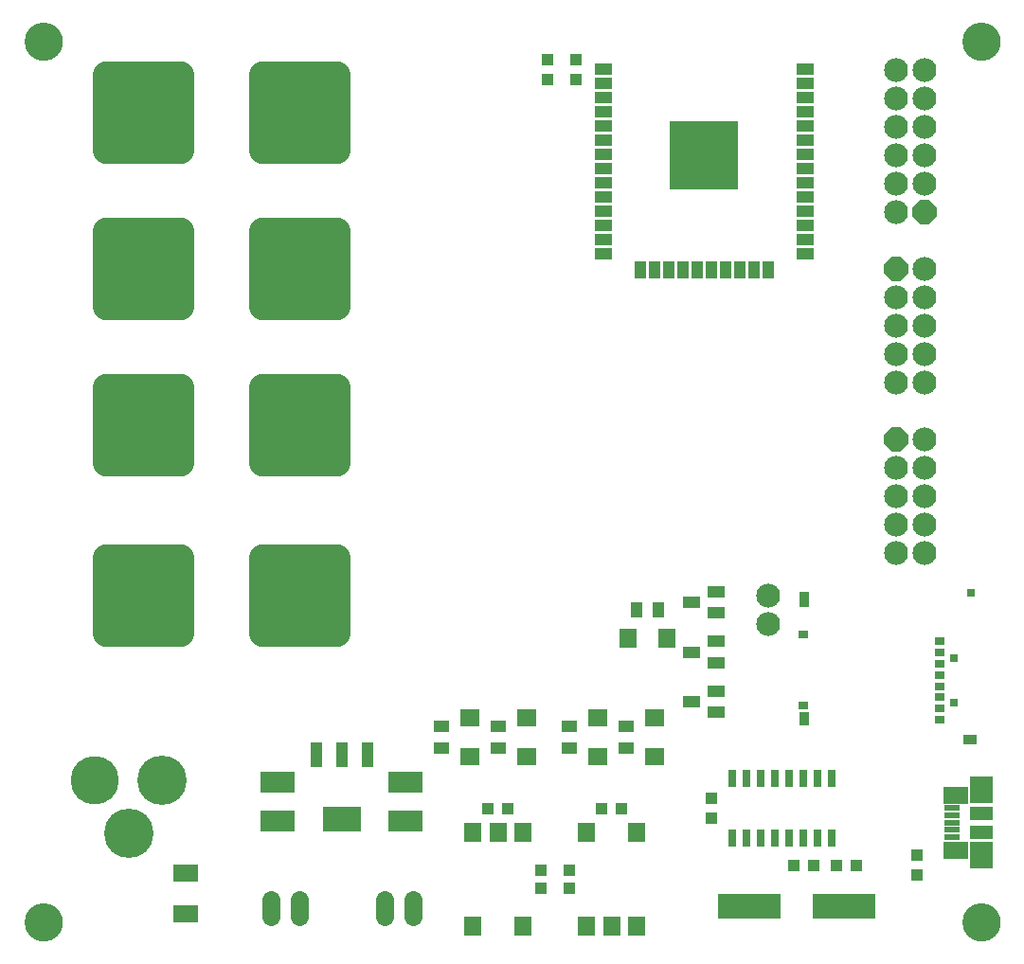
<source format=gts>
G75*
%MOIN*%
%OFA0B0*%
%FSLAX25Y25*%
%IPPOS*%
%LPD*%
%AMOC8*
5,1,8,0,0,1.08239X$1,22.5*
%
%ADD10R,0.04337X0.04337*%
%ADD11C,0.08958*%
%ADD12R,0.12211X0.07487*%
%ADD13R,0.06699X0.06306*%
%ADD14R,0.08983X0.06384*%
%ADD15C,0.17392*%
%ADD16C,0.16998*%
%ADD17R,0.04199X0.04199*%
%ADD18R,0.05518X0.03943*%
%ADD19R,0.05912X0.06699*%
%ADD20R,0.05833X0.02172*%
%ADD21R,0.08668X0.06207*%
%ADD22R,0.07880X0.05026*%
%ADD23R,0.07880X0.09750*%
%ADD24R,0.02900X0.06400*%
%ADD25R,0.06306X0.03943*%
%ADD26R,0.03943X0.06306*%
%ADD27R,0.24022X0.24022*%
%ADD28R,0.13195X0.08865*%
%ADD29R,0.04140X0.08865*%
%ADD30R,0.22447X0.08668*%
%ADD31C,0.00000*%
%ADD32C,0.13392*%
%ADD33R,0.05912X0.04337*%
%ADD34R,0.03943X0.05518*%
%ADD35R,0.06306X0.06699*%
%ADD36OC8,0.08400*%
%ADD37C,0.08400*%
%ADD38C,0.06400*%
%ADD39R,0.03353X0.03156*%
%ADD40R,0.02959X0.03156*%
%ADD41R,0.04928X0.03766*%
%ADD42R,0.03746X0.05124*%
%ADD43R,0.03353X0.02959*%
%ADD44R,0.03746X0.05518*%
D10*
X0200433Y0088933D03*
X0207433Y0088933D03*
X0240433Y0088933D03*
X0247433Y0088933D03*
X0278933Y0085433D03*
X0278933Y0092433D03*
X0307933Y0068933D03*
X0314933Y0068933D03*
X0322933Y0068933D03*
X0329933Y0068933D03*
X0351433Y0065433D03*
X0351433Y0072433D03*
X0231433Y0345433D03*
X0231433Y0352433D03*
X0221433Y0352433D03*
X0221433Y0345433D03*
D11*
X0147370Y0347370D02*
X0120496Y0347370D01*
X0147370Y0347370D02*
X0147370Y0320496D01*
X0120496Y0320496D01*
X0120496Y0347370D01*
X0120496Y0329453D02*
X0147370Y0329453D01*
X0147370Y0338410D02*
X0120496Y0338410D01*
X0120496Y0347367D02*
X0147370Y0347367D01*
X0092370Y0347370D02*
X0065496Y0347370D01*
X0092370Y0347370D02*
X0092370Y0320496D01*
X0065496Y0320496D01*
X0065496Y0347370D01*
X0065496Y0329453D02*
X0092370Y0329453D01*
X0092370Y0338410D02*
X0065496Y0338410D01*
X0065496Y0347367D02*
X0092370Y0347367D01*
X0092370Y0265496D02*
X0065496Y0265496D01*
X0065496Y0292370D01*
X0092370Y0292370D01*
X0092370Y0265496D01*
X0092370Y0274453D02*
X0065496Y0274453D01*
X0065496Y0283410D02*
X0092370Y0283410D01*
X0092370Y0292367D02*
X0065496Y0292367D01*
X0120496Y0265496D02*
X0147370Y0265496D01*
X0120496Y0265496D02*
X0120496Y0292370D01*
X0147370Y0292370D01*
X0147370Y0265496D01*
X0147370Y0274453D02*
X0120496Y0274453D01*
X0120496Y0283410D02*
X0147370Y0283410D01*
X0147370Y0292367D02*
X0120496Y0292367D01*
X0120496Y0210496D02*
X0147370Y0210496D01*
X0120496Y0210496D02*
X0120496Y0237370D01*
X0147370Y0237370D01*
X0147370Y0210496D01*
X0147370Y0219453D02*
X0120496Y0219453D01*
X0120496Y0228410D02*
X0147370Y0228410D01*
X0147370Y0237367D02*
X0120496Y0237367D01*
X0092370Y0210496D02*
X0065496Y0210496D01*
X0065496Y0237370D01*
X0092370Y0237370D01*
X0092370Y0210496D01*
X0092370Y0219453D02*
X0065496Y0219453D01*
X0065496Y0228410D02*
X0092370Y0228410D01*
X0092370Y0237367D02*
X0065496Y0237367D01*
X0065496Y0150496D02*
X0092370Y0150496D01*
X0065496Y0150496D02*
X0065496Y0177370D01*
X0092370Y0177370D01*
X0092370Y0150496D01*
X0092370Y0159453D02*
X0065496Y0159453D01*
X0065496Y0168410D02*
X0092370Y0168410D01*
X0092370Y0177367D02*
X0065496Y0177367D01*
X0120496Y0150496D02*
X0147370Y0150496D01*
X0120496Y0150496D02*
X0120496Y0177370D01*
X0147370Y0177370D01*
X0147370Y0150496D01*
X0147370Y0159453D02*
X0120496Y0159453D01*
X0120496Y0168410D02*
X0147370Y0168410D01*
X0147370Y0177367D02*
X0120496Y0177367D01*
D12*
X0126433Y0098224D03*
X0126433Y0084642D03*
X0171433Y0084642D03*
X0171433Y0098224D03*
D13*
X0193933Y0107043D03*
X0193933Y0120823D03*
X0213933Y0120823D03*
X0213933Y0107043D03*
X0238933Y0107043D03*
X0238933Y0120823D03*
X0258933Y0120823D03*
X0258933Y0107043D03*
D14*
X0093933Y0066138D03*
X0093933Y0051728D03*
D15*
X0073933Y0080035D03*
X0085744Y0098933D03*
D16*
X0062122Y0098933D03*
D17*
X0218933Y0067033D03*
X0218933Y0060833D03*
X0228933Y0060833D03*
X0228933Y0067033D03*
D18*
X0228933Y0110193D03*
X0228933Y0117673D03*
X0248933Y0117673D03*
X0248933Y0110193D03*
X0203933Y0110193D03*
X0203933Y0117673D03*
X0183933Y0117673D03*
X0183933Y0110193D03*
D19*
X0195075Y0080469D03*
X0203933Y0080469D03*
X0212791Y0080469D03*
X0235075Y0080469D03*
X0252791Y0080469D03*
X0252791Y0047398D03*
X0243933Y0047398D03*
X0235075Y0047398D03*
X0212791Y0047398D03*
X0195075Y0047398D03*
D20*
X0363657Y0078815D03*
X0363657Y0081374D03*
X0363657Y0083933D03*
X0363657Y0086492D03*
X0363657Y0089051D03*
D21*
X0364878Y0093628D03*
X0364878Y0074238D03*
D22*
X0373933Y0080636D03*
X0373933Y0087230D03*
D23*
X0373933Y0095400D03*
X0373933Y0072467D03*
D24*
X0321433Y0078323D03*
X0316433Y0078323D03*
X0311433Y0078323D03*
X0306433Y0078323D03*
X0301433Y0078323D03*
X0296433Y0078323D03*
X0291433Y0078323D03*
X0286433Y0078323D03*
X0286433Y0099543D03*
X0291433Y0099543D03*
X0296433Y0099543D03*
X0301433Y0099543D03*
X0306433Y0099543D03*
X0311433Y0099543D03*
X0316433Y0099543D03*
X0321433Y0099543D03*
D25*
X0311866Y0284248D03*
X0311866Y0289248D03*
X0311866Y0294248D03*
X0311866Y0299248D03*
X0311866Y0304248D03*
X0311866Y0309248D03*
X0311866Y0314248D03*
X0311866Y0319248D03*
X0311866Y0324248D03*
X0311866Y0329248D03*
X0311866Y0334248D03*
X0311866Y0339248D03*
X0311866Y0344248D03*
X0311866Y0349248D03*
X0241000Y0349248D03*
X0241000Y0344248D03*
X0241000Y0339248D03*
X0241000Y0334248D03*
X0241000Y0329248D03*
X0241000Y0324248D03*
X0241000Y0319248D03*
X0241000Y0314248D03*
X0241000Y0309248D03*
X0241000Y0304248D03*
X0241000Y0299248D03*
X0241000Y0294248D03*
X0241000Y0289248D03*
X0241000Y0284248D03*
D26*
X0253933Y0278382D03*
X0258933Y0278382D03*
X0263933Y0278382D03*
X0268933Y0278382D03*
X0273933Y0278382D03*
X0278933Y0278382D03*
X0283933Y0278382D03*
X0288933Y0278382D03*
X0293933Y0278382D03*
X0298933Y0278382D03*
D27*
X0276433Y0318933D03*
D28*
X0148933Y0085016D03*
D29*
X0148933Y0107850D03*
X0157988Y0107850D03*
X0139878Y0107850D03*
D30*
X0292201Y0054327D03*
X0325665Y0054327D03*
D31*
X0367437Y0048933D02*
X0367439Y0049094D01*
X0367445Y0049254D01*
X0367455Y0049415D01*
X0367469Y0049575D01*
X0367487Y0049734D01*
X0367508Y0049894D01*
X0367534Y0050052D01*
X0367564Y0050210D01*
X0367597Y0050367D01*
X0367635Y0050524D01*
X0367676Y0050679D01*
X0367721Y0050833D01*
X0367770Y0050986D01*
X0367823Y0051138D01*
X0367879Y0051288D01*
X0367939Y0051437D01*
X0368003Y0051585D01*
X0368070Y0051731D01*
X0368141Y0051875D01*
X0368216Y0052017D01*
X0368294Y0052158D01*
X0368375Y0052296D01*
X0368460Y0052433D01*
X0368549Y0052567D01*
X0368640Y0052699D01*
X0368735Y0052829D01*
X0368833Y0052956D01*
X0368934Y0053081D01*
X0369038Y0053204D01*
X0369145Y0053323D01*
X0369255Y0053440D01*
X0369368Y0053555D01*
X0369484Y0053666D01*
X0369602Y0053775D01*
X0369723Y0053880D01*
X0369847Y0053983D01*
X0369973Y0054083D01*
X0370102Y0054179D01*
X0370233Y0054272D01*
X0370366Y0054362D01*
X0370501Y0054449D01*
X0370639Y0054532D01*
X0370778Y0054611D01*
X0370920Y0054688D01*
X0371063Y0054761D01*
X0371208Y0054830D01*
X0371355Y0054895D01*
X0371503Y0054957D01*
X0371653Y0055016D01*
X0371804Y0055070D01*
X0371956Y0055121D01*
X0372110Y0055168D01*
X0372265Y0055211D01*
X0372420Y0055250D01*
X0372577Y0055286D01*
X0372735Y0055318D01*
X0372893Y0055345D01*
X0373052Y0055369D01*
X0373211Y0055389D01*
X0373371Y0055405D01*
X0373532Y0055417D01*
X0373692Y0055425D01*
X0373853Y0055429D01*
X0374013Y0055429D01*
X0374174Y0055425D01*
X0374334Y0055417D01*
X0374495Y0055405D01*
X0374655Y0055389D01*
X0374814Y0055369D01*
X0374973Y0055345D01*
X0375131Y0055318D01*
X0375289Y0055286D01*
X0375446Y0055250D01*
X0375601Y0055211D01*
X0375756Y0055168D01*
X0375910Y0055121D01*
X0376062Y0055070D01*
X0376213Y0055016D01*
X0376363Y0054957D01*
X0376511Y0054895D01*
X0376658Y0054830D01*
X0376803Y0054761D01*
X0376946Y0054688D01*
X0377088Y0054611D01*
X0377227Y0054532D01*
X0377365Y0054449D01*
X0377500Y0054362D01*
X0377633Y0054272D01*
X0377764Y0054179D01*
X0377893Y0054083D01*
X0378019Y0053983D01*
X0378143Y0053880D01*
X0378264Y0053775D01*
X0378382Y0053666D01*
X0378498Y0053555D01*
X0378611Y0053440D01*
X0378721Y0053323D01*
X0378828Y0053204D01*
X0378932Y0053081D01*
X0379033Y0052956D01*
X0379131Y0052829D01*
X0379226Y0052699D01*
X0379317Y0052567D01*
X0379406Y0052433D01*
X0379491Y0052296D01*
X0379572Y0052158D01*
X0379650Y0052017D01*
X0379725Y0051875D01*
X0379796Y0051731D01*
X0379863Y0051585D01*
X0379927Y0051437D01*
X0379987Y0051288D01*
X0380043Y0051138D01*
X0380096Y0050986D01*
X0380145Y0050833D01*
X0380190Y0050679D01*
X0380231Y0050524D01*
X0380269Y0050367D01*
X0380302Y0050210D01*
X0380332Y0050052D01*
X0380358Y0049894D01*
X0380379Y0049734D01*
X0380397Y0049575D01*
X0380411Y0049415D01*
X0380421Y0049254D01*
X0380427Y0049094D01*
X0380429Y0048933D01*
X0380427Y0048772D01*
X0380421Y0048612D01*
X0380411Y0048451D01*
X0380397Y0048291D01*
X0380379Y0048132D01*
X0380358Y0047972D01*
X0380332Y0047814D01*
X0380302Y0047656D01*
X0380269Y0047499D01*
X0380231Y0047342D01*
X0380190Y0047187D01*
X0380145Y0047033D01*
X0380096Y0046880D01*
X0380043Y0046728D01*
X0379987Y0046578D01*
X0379927Y0046429D01*
X0379863Y0046281D01*
X0379796Y0046135D01*
X0379725Y0045991D01*
X0379650Y0045849D01*
X0379572Y0045708D01*
X0379491Y0045570D01*
X0379406Y0045433D01*
X0379317Y0045299D01*
X0379226Y0045167D01*
X0379131Y0045037D01*
X0379033Y0044910D01*
X0378932Y0044785D01*
X0378828Y0044662D01*
X0378721Y0044543D01*
X0378611Y0044426D01*
X0378498Y0044311D01*
X0378382Y0044200D01*
X0378264Y0044091D01*
X0378143Y0043986D01*
X0378019Y0043883D01*
X0377893Y0043783D01*
X0377764Y0043687D01*
X0377633Y0043594D01*
X0377500Y0043504D01*
X0377365Y0043417D01*
X0377227Y0043334D01*
X0377088Y0043255D01*
X0376946Y0043178D01*
X0376803Y0043105D01*
X0376658Y0043036D01*
X0376511Y0042971D01*
X0376363Y0042909D01*
X0376213Y0042850D01*
X0376062Y0042796D01*
X0375910Y0042745D01*
X0375756Y0042698D01*
X0375601Y0042655D01*
X0375446Y0042616D01*
X0375289Y0042580D01*
X0375131Y0042548D01*
X0374973Y0042521D01*
X0374814Y0042497D01*
X0374655Y0042477D01*
X0374495Y0042461D01*
X0374334Y0042449D01*
X0374174Y0042441D01*
X0374013Y0042437D01*
X0373853Y0042437D01*
X0373692Y0042441D01*
X0373532Y0042449D01*
X0373371Y0042461D01*
X0373211Y0042477D01*
X0373052Y0042497D01*
X0372893Y0042521D01*
X0372735Y0042548D01*
X0372577Y0042580D01*
X0372420Y0042616D01*
X0372265Y0042655D01*
X0372110Y0042698D01*
X0371956Y0042745D01*
X0371804Y0042796D01*
X0371653Y0042850D01*
X0371503Y0042909D01*
X0371355Y0042971D01*
X0371208Y0043036D01*
X0371063Y0043105D01*
X0370920Y0043178D01*
X0370778Y0043255D01*
X0370639Y0043334D01*
X0370501Y0043417D01*
X0370366Y0043504D01*
X0370233Y0043594D01*
X0370102Y0043687D01*
X0369973Y0043783D01*
X0369847Y0043883D01*
X0369723Y0043986D01*
X0369602Y0044091D01*
X0369484Y0044200D01*
X0369368Y0044311D01*
X0369255Y0044426D01*
X0369145Y0044543D01*
X0369038Y0044662D01*
X0368934Y0044785D01*
X0368833Y0044910D01*
X0368735Y0045037D01*
X0368640Y0045167D01*
X0368549Y0045299D01*
X0368460Y0045433D01*
X0368375Y0045570D01*
X0368294Y0045708D01*
X0368216Y0045849D01*
X0368141Y0045991D01*
X0368070Y0046135D01*
X0368003Y0046281D01*
X0367939Y0046429D01*
X0367879Y0046578D01*
X0367823Y0046728D01*
X0367770Y0046880D01*
X0367721Y0047033D01*
X0367676Y0047187D01*
X0367635Y0047342D01*
X0367597Y0047499D01*
X0367564Y0047656D01*
X0367534Y0047814D01*
X0367508Y0047972D01*
X0367487Y0048132D01*
X0367469Y0048291D01*
X0367455Y0048451D01*
X0367445Y0048612D01*
X0367439Y0048772D01*
X0367437Y0048933D01*
X0037437Y0048933D02*
X0037439Y0049094D01*
X0037445Y0049254D01*
X0037455Y0049415D01*
X0037469Y0049575D01*
X0037487Y0049734D01*
X0037508Y0049894D01*
X0037534Y0050052D01*
X0037564Y0050210D01*
X0037597Y0050367D01*
X0037635Y0050524D01*
X0037676Y0050679D01*
X0037721Y0050833D01*
X0037770Y0050986D01*
X0037823Y0051138D01*
X0037879Y0051288D01*
X0037939Y0051437D01*
X0038003Y0051585D01*
X0038070Y0051731D01*
X0038141Y0051875D01*
X0038216Y0052017D01*
X0038294Y0052158D01*
X0038375Y0052296D01*
X0038460Y0052433D01*
X0038549Y0052567D01*
X0038640Y0052699D01*
X0038735Y0052829D01*
X0038833Y0052956D01*
X0038934Y0053081D01*
X0039038Y0053204D01*
X0039145Y0053323D01*
X0039255Y0053440D01*
X0039368Y0053555D01*
X0039484Y0053666D01*
X0039602Y0053775D01*
X0039723Y0053880D01*
X0039847Y0053983D01*
X0039973Y0054083D01*
X0040102Y0054179D01*
X0040233Y0054272D01*
X0040366Y0054362D01*
X0040501Y0054449D01*
X0040639Y0054532D01*
X0040778Y0054611D01*
X0040920Y0054688D01*
X0041063Y0054761D01*
X0041208Y0054830D01*
X0041355Y0054895D01*
X0041503Y0054957D01*
X0041653Y0055016D01*
X0041804Y0055070D01*
X0041956Y0055121D01*
X0042110Y0055168D01*
X0042265Y0055211D01*
X0042420Y0055250D01*
X0042577Y0055286D01*
X0042735Y0055318D01*
X0042893Y0055345D01*
X0043052Y0055369D01*
X0043211Y0055389D01*
X0043371Y0055405D01*
X0043532Y0055417D01*
X0043692Y0055425D01*
X0043853Y0055429D01*
X0044013Y0055429D01*
X0044174Y0055425D01*
X0044334Y0055417D01*
X0044495Y0055405D01*
X0044655Y0055389D01*
X0044814Y0055369D01*
X0044973Y0055345D01*
X0045131Y0055318D01*
X0045289Y0055286D01*
X0045446Y0055250D01*
X0045601Y0055211D01*
X0045756Y0055168D01*
X0045910Y0055121D01*
X0046062Y0055070D01*
X0046213Y0055016D01*
X0046363Y0054957D01*
X0046511Y0054895D01*
X0046658Y0054830D01*
X0046803Y0054761D01*
X0046946Y0054688D01*
X0047088Y0054611D01*
X0047227Y0054532D01*
X0047365Y0054449D01*
X0047500Y0054362D01*
X0047633Y0054272D01*
X0047764Y0054179D01*
X0047893Y0054083D01*
X0048019Y0053983D01*
X0048143Y0053880D01*
X0048264Y0053775D01*
X0048382Y0053666D01*
X0048498Y0053555D01*
X0048611Y0053440D01*
X0048721Y0053323D01*
X0048828Y0053204D01*
X0048932Y0053081D01*
X0049033Y0052956D01*
X0049131Y0052829D01*
X0049226Y0052699D01*
X0049317Y0052567D01*
X0049406Y0052433D01*
X0049491Y0052296D01*
X0049572Y0052158D01*
X0049650Y0052017D01*
X0049725Y0051875D01*
X0049796Y0051731D01*
X0049863Y0051585D01*
X0049927Y0051437D01*
X0049987Y0051288D01*
X0050043Y0051138D01*
X0050096Y0050986D01*
X0050145Y0050833D01*
X0050190Y0050679D01*
X0050231Y0050524D01*
X0050269Y0050367D01*
X0050302Y0050210D01*
X0050332Y0050052D01*
X0050358Y0049894D01*
X0050379Y0049734D01*
X0050397Y0049575D01*
X0050411Y0049415D01*
X0050421Y0049254D01*
X0050427Y0049094D01*
X0050429Y0048933D01*
X0050427Y0048772D01*
X0050421Y0048612D01*
X0050411Y0048451D01*
X0050397Y0048291D01*
X0050379Y0048132D01*
X0050358Y0047972D01*
X0050332Y0047814D01*
X0050302Y0047656D01*
X0050269Y0047499D01*
X0050231Y0047342D01*
X0050190Y0047187D01*
X0050145Y0047033D01*
X0050096Y0046880D01*
X0050043Y0046728D01*
X0049987Y0046578D01*
X0049927Y0046429D01*
X0049863Y0046281D01*
X0049796Y0046135D01*
X0049725Y0045991D01*
X0049650Y0045849D01*
X0049572Y0045708D01*
X0049491Y0045570D01*
X0049406Y0045433D01*
X0049317Y0045299D01*
X0049226Y0045167D01*
X0049131Y0045037D01*
X0049033Y0044910D01*
X0048932Y0044785D01*
X0048828Y0044662D01*
X0048721Y0044543D01*
X0048611Y0044426D01*
X0048498Y0044311D01*
X0048382Y0044200D01*
X0048264Y0044091D01*
X0048143Y0043986D01*
X0048019Y0043883D01*
X0047893Y0043783D01*
X0047764Y0043687D01*
X0047633Y0043594D01*
X0047500Y0043504D01*
X0047365Y0043417D01*
X0047227Y0043334D01*
X0047088Y0043255D01*
X0046946Y0043178D01*
X0046803Y0043105D01*
X0046658Y0043036D01*
X0046511Y0042971D01*
X0046363Y0042909D01*
X0046213Y0042850D01*
X0046062Y0042796D01*
X0045910Y0042745D01*
X0045756Y0042698D01*
X0045601Y0042655D01*
X0045446Y0042616D01*
X0045289Y0042580D01*
X0045131Y0042548D01*
X0044973Y0042521D01*
X0044814Y0042497D01*
X0044655Y0042477D01*
X0044495Y0042461D01*
X0044334Y0042449D01*
X0044174Y0042441D01*
X0044013Y0042437D01*
X0043853Y0042437D01*
X0043692Y0042441D01*
X0043532Y0042449D01*
X0043371Y0042461D01*
X0043211Y0042477D01*
X0043052Y0042497D01*
X0042893Y0042521D01*
X0042735Y0042548D01*
X0042577Y0042580D01*
X0042420Y0042616D01*
X0042265Y0042655D01*
X0042110Y0042698D01*
X0041956Y0042745D01*
X0041804Y0042796D01*
X0041653Y0042850D01*
X0041503Y0042909D01*
X0041355Y0042971D01*
X0041208Y0043036D01*
X0041063Y0043105D01*
X0040920Y0043178D01*
X0040778Y0043255D01*
X0040639Y0043334D01*
X0040501Y0043417D01*
X0040366Y0043504D01*
X0040233Y0043594D01*
X0040102Y0043687D01*
X0039973Y0043783D01*
X0039847Y0043883D01*
X0039723Y0043986D01*
X0039602Y0044091D01*
X0039484Y0044200D01*
X0039368Y0044311D01*
X0039255Y0044426D01*
X0039145Y0044543D01*
X0039038Y0044662D01*
X0038934Y0044785D01*
X0038833Y0044910D01*
X0038735Y0045037D01*
X0038640Y0045167D01*
X0038549Y0045299D01*
X0038460Y0045433D01*
X0038375Y0045570D01*
X0038294Y0045708D01*
X0038216Y0045849D01*
X0038141Y0045991D01*
X0038070Y0046135D01*
X0038003Y0046281D01*
X0037939Y0046429D01*
X0037879Y0046578D01*
X0037823Y0046728D01*
X0037770Y0046880D01*
X0037721Y0047033D01*
X0037676Y0047187D01*
X0037635Y0047342D01*
X0037597Y0047499D01*
X0037564Y0047656D01*
X0037534Y0047814D01*
X0037508Y0047972D01*
X0037487Y0048132D01*
X0037469Y0048291D01*
X0037455Y0048451D01*
X0037445Y0048612D01*
X0037439Y0048772D01*
X0037437Y0048933D01*
X0037437Y0358933D02*
X0037439Y0359094D01*
X0037445Y0359254D01*
X0037455Y0359415D01*
X0037469Y0359575D01*
X0037487Y0359734D01*
X0037508Y0359894D01*
X0037534Y0360052D01*
X0037564Y0360210D01*
X0037597Y0360367D01*
X0037635Y0360524D01*
X0037676Y0360679D01*
X0037721Y0360833D01*
X0037770Y0360986D01*
X0037823Y0361138D01*
X0037879Y0361288D01*
X0037939Y0361437D01*
X0038003Y0361585D01*
X0038070Y0361731D01*
X0038141Y0361875D01*
X0038216Y0362017D01*
X0038294Y0362158D01*
X0038375Y0362296D01*
X0038460Y0362433D01*
X0038549Y0362567D01*
X0038640Y0362699D01*
X0038735Y0362829D01*
X0038833Y0362956D01*
X0038934Y0363081D01*
X0039038Y0363204D01*
X0039145Y0363323D01*
X0039255Y0363440D01*
X0039368Y0363555D01*
X0039484Y0363666D01*
X0039602Y0363775D01*
X0039723Y0363880D01*
X0039847Y0363983D01*
X0039973Y0364083D01*
X0040102Y0364179D01*
X0040233Y0364272D01*
X0040366Y0364362D01*
X0040501Y0364449D01*
X0040639Y0364532D01*
X0040778Y0364611D01*
X0040920Y0364688D01*
X0041063Y0364761D01*
X0041208Y0364830D01*
X0041355Y0364895D01*
X0041503Y0364957D01*
X0041653Y0365016D01*
X0041804Y0365070D01*
X0041956Y0365121D01*
X0042110Y0365168D01*
X0042265Y0365211D01*
X0042420Y0365250D01*
X0042577Y0365286D01*
X0042735Y0365318D01*
X0042893Y0365345D01*
X0043052Y0365369D01*
X0043211Y0365389D01*
X0043371Y0365405D01*
X0043532Y0365417D01*
X0043692Y0365425D01*
X0043853Y0365429D01*
X0044013Y0365429D01*
X0044174Y0365425D01*
X0044334Y0365417D01*
X0044495Y0365405D01*
X0044655Y0365389D01*
X0044814Y0365369D01*
X0044973Y0365345D01*
X0045131Y0365318D01*
X0045289Y0365286D01*
X0045446Y0365250D01*
X0045601Y0365211D01*
X0045756Y0365168D01*
X0045910Y0365121D01*
X0046062Y0365070D01*
X0046213Y0365016D01*
X0046363Y0364957D01*
X0046511Y0364895D01*
X0046658Y0364830D01*
X0046803Y0364761D01*
X0046946Y0364688D01*
X0047088Y0364611D01*
X0047227Y0364532D01*
X0047365Y0364449D01*
X0047500Y0364362D01*
X0047633Y0364272D01*
X0047764Y0364179D01*
X0047893Y0364083D01*
X0048019Y0363983D01*
X0048143Y0363880D01*
X0048264Y0363775D01*
X0048382Y0363666D01*
X0048498Y0363555D01*
X0048611Y0363440D01*
X0048721Y0363323D01*
X0048828Y0363204D01*
X0048932Y0363081D01*
X0049033Y0362956D01*
X0049131Y0362829D01*
X0049226Y0362699D01*
X0049317Y0362567D01*
X0049406Y0362433D01*
X0049491Y0362296D01*
X0049572Y0362158D01*
X0049650Y0362017D01*
X0049725Y0361875D01*
X0049796Y0361731D01*
X0049863Y0361585D01*
X0049927Y0361437D01*
X0049987Y0361288D01*
X0050043Y0361138D01*
X0050096Y0360986D01*
X0050145Y0360833D01*
X0050190Y0360679D01*
X0050231Y0360524D01*
X0050269Y0360367D01*
X0050302Y0360210D01*
X0050332Y0360052D01*
X0050358Y0359894D01*
X0050379Y0359734D01*
X0050397Y0359575D01*
X0050411Y0359415D01*
X0050421Y0359254D01*
X0050427Y0359094D01*
X0050429Y0358933D01*
X0050427Y0358772D01*
X0050421Y0358612D01*
X0050411Y0358451D01*
X0050397Y0358291D01*
X0050379Y0358132D01*
X0050358Y0357972D01*
X0050332Y0357814D01*
X0050302Y0357656D01*
X0050269Y0357499D01*
X0050231Y0357342D01*
X0050190Y0357187D01*
X0050145Y0357033D01*
X0050096Y0356880D01*
X0050043Y0356728D01*
X0049987Y0356578D01*
X0049927Y0356429D01*
X0049863Y0356281D01*
X0049796Y0356135D01*
X0049725Y0355991D01*
X0049650Y0355849D01*
X0049572Y0355708D01*
X0049491Y0355570D01*
X0049406Y0355433D01*
X0049317Y0355299D01*
X0049226Y0355167D01*
X0049131Y0355037D01*
X0049033Y0354910D01*
X0048932Y0354785D01*
X0048828Y0354662D01*
X0048721Y0354543D01*
X0048611Y0354426D01*
X0048498Y0354311D01*
X0048382Y0354200D01*
X0048264Y0354091D01*
X0048143Y0353986D01*
X0048019Y0353883D01*
X0047893Y0353783D01*
X0047764Y0353687D01*
X0047633Y0353594D01*
X0047500Y0353504D01*
X0047365Y0353417D01*
X0047227Y0353334D01*
X0047088Y0353255D01*
X0046946Y0353178D01*
X0046803Y0353105D01*
X0046658Y0353036D01*
X0046511Y0352971D01*
X0046363Y0352909D01*
X0046213Y0352850D01*
X0046062Y0352796D01*
X0045910Y0352745D01*
X0045756Y0352698D01*
X0045601Y0352655D01*
X0045446Y0352616D01*
X0045289Y0352580D01*
X0045131Y0352548D01*
X0044973Y0352521D01*
X0044814Y0352497D01*
X0044655Y0352477D01*
X0044495Y0352461D01*
X0044334Y0352449D01*
X0044174Y0352441D01*
X0044013Y0352437D01*
X0043853Y0352437D01*
X0043692Y0352441D01*
X0043532Y0352449D01*
X0043371Y0352461D01*
X0043211Y0352477D01*
X0043052Y0352497D01*
X0042893Y0352521D01*
X0042735Y0352548D01*
X0042577Y0352580D01*
X0042420Y0352616D01*
X0042265Y0352655D01*
X0042110Y0352698D01*
X0041956Y0352745D01*
X0041804Y0352796D01*
X0041653Y0352850D01*
X0041503Y0352909D01*
X0041355Y0352971D01*
X0041208Y0353036D01*
X0041063Y0353105D01*
X0040920Y0353178D01*
X0040778Y0353255D01*
X0040639Y0353334D01*
X0040501Y0353417D01*
X0040366Y0353504D01*
X0040233Y0353594D01*
X0040102Y0353687D01*
X0039973Y0353783D01*
X0039847Y0353883D01*
X0039723Y0353986D01*
X0039602Y0354091D01*
X0039484Y0354200D01*
X0039368Y0354311D01*
X0039255Y0354426D01*
X0039145Y0354543D01*
X0039038Y0354662D01*
X0038934Y0354785D01*
X0038833Y0354910D01*
X0038735Y0355037D01*
X0038640Y0355167D01*
X0038549Y0355299D01*
X0038460Y0355433D01*
X0038375Y0355570D01*
X0038294Y0355708D01*
X0038216Y0355849D01*
X0038141Y0355991D01*
X0038070Y0356135D01*
X0038003Y0356281D01*
X0037939Y0356429D01*
X0037879Y0356578D01*
X0037823Y0356728D01*
X0037770Y0356880D01*
X0037721Y0357033D01*
X0037676Y0357187D01*
X0037635Y0357342D01*
X0037597Y0357499D01*
X0037564Y0357656D01*
X0037534Y0357814D01*
X0037508Y0357972D01*
X0037487Y0358132D01*
X0037469Y0358291D01*
X0037455Y0358451D01*
X0037445Y0358612D01*
X0037439Y0358772D01*
X0037437Y0358933D01*
X0367437Y0358933D02*
X0367439Y0359094D01*
X0367445Y0359254D01*
X0367455Y0359415D01*
X0367469Y0359575D01*
X0367487Y0359734D01*
X0367508Y0359894D01*
X0367534Y0360052D01*
X0367564Y0360210D01*
X0367597Y0360367D01*
X0367635Y0360524D01*
X0367676Y0360679D01*
X0367721Y0360833D01*
X0367770Y0360986D01*
X0367823Y0361138D01*
X0367879Y0361288D01*
X0367939Y0361437D01*
X0368003Y0361585D01*
X0368070Y0361731D01*
X0368141Y0361875D01*
X0368216Y0362017D01*
X0368294Y0362158D01*
X0368375Y0362296D01*
X0368460Y0362433D01*
X0368549Y0362567D01*
X0368640Y0362699D01*
X0368735Y0362829D01*
X0368833Y0362956D01*
X0368934Y0363081D01*
X0369038Y0363204D01*
X0369145Y0363323D01*
X0369255Y0363440D01*
X0369368Y0363555D01*
X0369484Y0363666D01*
X0369602Y0363775D01*
X0369723Y0363880D01*
X0369847Y0363983D01*
X0369973Y0364083D01*
X0370102Y0364179D01*
X0370233Y0364272D01*
X0370366Y0364362D01*
X0370501Y0364449D01*
X0370639Y0364532D01*
X0370778Y0364611D01*
X0370920Y0364688D01*
X0371063Y0364761D01*
X0371208Y0364830D01*
X0371355Y0364895D01*
X0371503Y0364957D01*
X0371653Y0365016D01*
X0371804Y0365070D01*
X0371956Y0365121D01*
X0372110Y0365168D01*
X0372265Y0365211D01*
X0372420Y0365250D01*
X0372577Y0365286D01*
X0372735Y0365318D01*
X0372893Y0365345D01*
X0373052Y0365369D01*
X0373211Y0365389D01*
X0373371Y0365405D01*
X0373532Y0365417D01*
X0373692Y0365425D01*
X0373853Y0365429D01*
X0374013Y0365429D01*
X0374174Y0365425D01*
X0374334Y0365417D01*
X0374495Y0365405D01*
X0374655Y0365389D01*
X0374814Y0365369D01*
X0374973Y0365345D01*
X0375131Y0365318D01*
X0375289Y0365286D01*
X0375446Y0365250D01*
X0375601Y0365211D01*
X0375756Y0365168D01*
X0375910Y0365121D01*
X0376062Y0365070D01*
X0376213Y0365016D01*
X0376363Y0364957D01*
X0376511Y0364895D01*
X0376658Y0364830D01*
X0376803Y0364761D01*
X0376946Y0364688D01*
X0377088Y0364611D01*
X0377227Y0364532D01*
X0377365Y0364449D01*
X0377500Y0364362D01*
X0377633Y0364272D01*
X0377764Y0364179D01*
X0377893Y0364083D01*
X0378019Y0363983D01*
X0378143Y0363880D01*
X0378264Y0363775D01*
X0378382Y0363666D01*
X0378498Y0363555D01*
X0378611Y0363440D01*
X0378721Y0363323D01*
X0378828Y0363204D01*
X0378932Y0363081D01*
X0379033Y0362956D01*
X0379131Y0362829D01*
X0379226Y0362699D01*
X0379317Y0362567D01*
X0379406Y0362433D01*
X0379491Y0362296D01*
X0379572Y0362158D01*
X0379650Y0362017D01*
X0379725Y0361875D01*
X0379796Y0361731D01*
X0379863Y0361585D01*
X0379927Y0361437D01*
X0379987Y0361288D01*
X0380043Y0361138D01*
X0380096Y0360986D01*
X0380145Y0360833D01*
X0380190Y0360679D01*
X0380231Y0360524D01*
X0380269Y0360367D01*
X0380302Y0360210D01*
X0380332Y0360052D01*
X0380358Y0359894D01*
X0380379Y0359734D01*
X0380397Y0359575D01*
X0380411Y0359415D01*
X0380421Y0359254D01*
X0380427Y0359094D01*
X0380429Y0358933D01*
X0380427Y0358772D01*
X0380421Y0358612D01*
X0380411Y0358451D01*
X0380397Y0358291D01*
X0380379Y0358132D01*
X0380358Y0357972D01*
X0380332Y0357814D01*
X0380302Y0357656D01*
X0380269Y0357499D01*
X0380231Y0357342D01*
X0380190Y0357187D01*
X0380145Y0357033D01*
X0380096Y0356880D01*
X0380043Y0356728D01*
X0379987Y0356578D01*
X0379927Y0356429D01*
X0379863Y0356281D01*
X0379796Y0356135D01*
X0379725Y0355991D01*
X0379650Y0355849D01*
X0379572Y0355708D01*
X0379491Y0355570D01*
X0379406Y0355433D01*
X0379317Y0355299D01*
X0379226Y0355167D01*
X0379131Y0355037D01*
X0379033Y0354910D01*
X0378932Y0354785D01*
X0378828Y0354662D01*
X0378721Y0354543D01*
X0378611Y0354426D01*
X0378498Y0354311D01*
X0378382Y0354200D01*
X0378264Y0354091D01*
X0378143Y0353986D01*
X0378019Y0353883D01*
X0377893Y0353783D01*
X0377764Y0353687D01*
X0377633Y0353594D01*
X0377500Y0353504D01*
X0377365Y0353417D01*
X0377227Y0353334D01*
X0377088Y0353255D01*
X0376946Y0353178D01*
X0376803Y0353105D01*
X0376658Y0353036D01*
X0376511Y0352971D01*
X0376363Y0352909D01*
X0376213Y0352850D01*
X0376062Y0352796D01*
X0375910Y0352745D01*
X0375756Y0352698D01*
X0375601Y0352655D01*
X0375446Y0352616D01*
X0375289Y0352580D01*
X0375131Y0352548D01*
X0374973Y0352521D01*
X0374814Y0352497D01*
X0374655Y0352477D01*
X0374495Y0352461D01*
X0374334Y0352449D01*
X0374174Y0352441D01*
X0374013Y0352437D01*
X0373853Y0352437D01*
X0373692Y0352441D01*
X0373532Y0352449D01*
X0373371Y0352461D01*
X0373211Y0352477D01*
X0373052Y0352497D01*
X0372893Y0352521D01*
X0372735Y0352548D01*
X0372577Y0352580D01*
X0372420Y0352616D01*
X0372265Y0352655D01*
X0372110Y0352698D01*
X0371956Y0352745D01*
X0371804Y0352796D01*
X0371653Y0352850D01*
X0371503Y0352909D01*
X0371355Y0352971D01*
X0371208Y0353036D01*
X0371063Y0353105D01*
X0370920Y0353178D01*
X0370778Y0353255D01*
X0370639Y0353334D01*
X0370501Y0353417D01*
X0370366Y0353504D01*
X0370233Y0353594D01*
X0370102Y0353687D01*
X0369973Y0353783D01*
X0369847Y0353883D01*
X0369723Y0353986D01*
X0369602Y0354091D01*
X0369484Y0354200D01*
X0369368Y0354311D01*
X0369255Y0354426D01*
X0369145Y0354543D01*
X0369038Y0354662D01*
X0368934Y0354785D01*
X0368833Y0354910D01*
X0368735Y0355037D01*
X0368640Y0355167D01*
X0368549Y0355299D01*
X0368460Y0355433D01*
X0368375Y0355570D01*
X0368294Y0355708D01*
X0368216Y0355849D01*
X0368141Y0355991D01*
X0368070Y0356135D01*
X0368003Y0356281D01*
X0367939Y0356429D01*
X0367879Y0356578D01*
X0367823Y0356728D01*
X0367770Y0356880D01*
X0367721Y0357033D01*
X0367676Y0357187D01*
X0367635Y0357342D01*
X0367597Y0357499D01*
X0367564Y0357656D01*
X0367534Y0357814D01*
X0367508Y0357972D01*
X0367487Y0358132D01*
X0367469Y0358291D01*
X0367455Y0358451D01*
X0367445Y0358612D01*
X0367439Y0358772D01*
X0367437Y0358933D01*
D32*
X0043933Y0048933D03*
X0043933Y0358933D03*
X0373933Y0358933D03*
X0373933Y0048933D03*
D33*
X0280764Y0122693D03*
X0280764Y0130173D03*
X0280764Y0140193D03*
X0280764Y0147673D03*
X0272102Y0143933D03*
X0280764Y0157693D03*
X0280764Y0165173D03*
X0272102Y0161433D03*
X0272102Y0126433D03*
D34*
X0260173Y0158933D03*
X0252693Y0158933D03*
D35*
X0249543Y0148933D03*
X0263323Y0148933D03*
D36*
X0343933Y0218933D03*
X0343933Y0278933D03*
X0353933Y0298933D03*
D37*
X0343933Y0298933D03*
X0343933Y0308933D03*
X0343933Y0318933D03*
X0343933Y0328933D03*
X0343933Y0338933D03*
X0343933Y0348933D03*
X0353933Y0348933D03*
X0353933Y0338933D03*
X0353933Y0328933D03*
X0353933Y0318933D03*
X0353933Y0308933D03*
X0353933Y0278933D03*
X0353933Y0268933D03*
X0353933Y0258933D03*
X0353933Y0248933D03*
X0353933Y0238933D03*
X0343933Y0238933D03*
X0343933Y0248933D03*
X0343933Y0258933D03*
X0343933Y0268933D03*
X0353933Y0218933D03*
X0353933Y0208933D03*
X0353933Y0198933D03*
X0353933Y0188933D03*
X0353933Y0178933D03*
X0343933Y0178933D03*
X0343933Y0188933D03*
X0343933Y0198933D03*
X0343933Y0208933D03*
X0298933Y0163933D03*
X0298933Y0153933D03*
D38*
X0173933Y0056933D02*
X0173933Y0050933D01*
X0163933Y0050933D02*
X0163933Y0056933D01*
X0133933Y0056933D02*
X0133933Y0050933D01*
X0123933Y0050933D02*
X0123933Y0056933D01*
D39*
X0359425Y0120134D03*
X0359425Y0124071D03*
X0359425Y0128008D03*
X0359425Y0131945D03*
X0359425Y0135882D03*
X0359425Y0139819D03*
X0359425Y0143756D03*
X0359425Y0147693D03*
D40*
X0364150Y0141787D03*
X0364150Y0126039D03*
X0370252Y0164819D03*
D41*
X0370055Y0113283D03*
D42*
X0311591Y0120380D03*
D43*
X0311394Y0125252D03*
X0311394Y0150252D03*
D44*
X0311591Y0162604D03*
M02*

</source>
